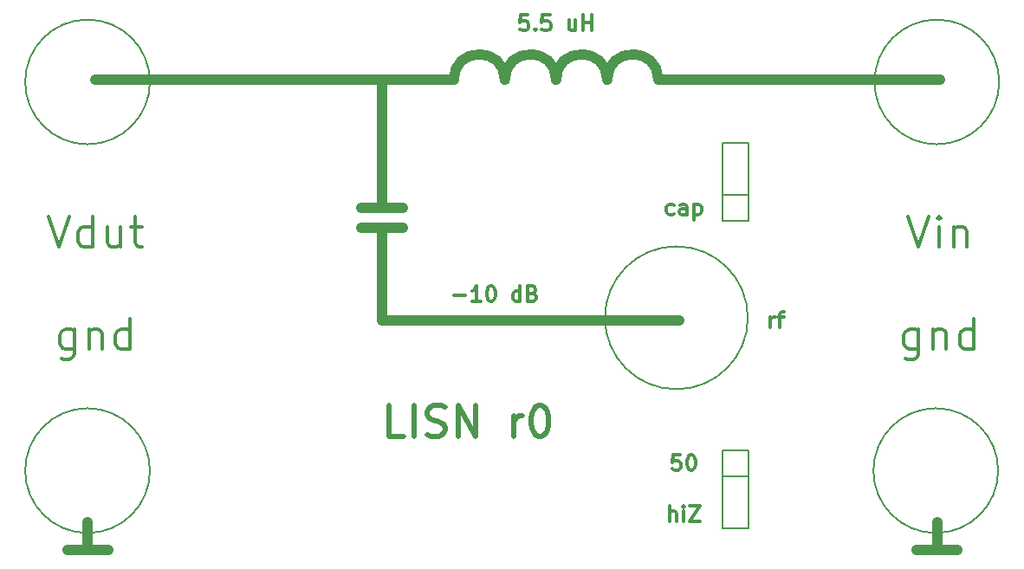
<source format=gto>
G04 #@! TF.FileFunction,Legend,Top*
%FSLAX46Y46*%
G04 Gerber Fmt 4.6, Leading zero omitted, Abs format (unit mm)*
G04 Created by KiCad (PCBNEW 4.0.2-stable) date Sun Jun 26 23:15:05 2016*
%MOMM*%
G01*
G04 APERTURE LIST*
%ADD10C,0.100000*%
%ADD11C,1.000000*%
%ADD12C,0.300000*%
%ADD13C,0.500000*%
%ADD14C,0.150000*%
G04 APERTURE END LIST*
D10*
D11*
X182250000Y-113500000D02*
X180250000Y-113500000D01*
X182250000Y-113500000D02*
X184250000Y-113500000D01*
X182250000Y-110750000D02*
X182250000Y-113500000D01*
X97250000Y-113500000D02*
X101250000Y-113500000D01*
X99250000Y-113500000D02*
X97250000Y-113500000D01*
X99250000Y-112750000D02*
X99250000Y-113500000D01*
X99250000Y-110750000D02*
X99250000Y-112750000D01*
D12*
X142250001Y-61178571D02*
X141535715Y-61178571D01*
X141464286Y-61892857D01*
X141535715Y-61821429D01*
X141678572Y-61750000D01*
X142035715Y-61750000D01*
X142178572Y-61821429D01*
X142250001Y-61892857D01*
X142321429Y-62035714D01*
X142321429Y-62392857D01*
X142250001Y-62535714D01*
X142178572Y-62607143D01*
X142035715Y-62678571D01*
X141678572Y-62678571D01*
X141535715Y-62607143D01*
X141464286Y-62535714D01*
X142964286Y-62535714D02*
X143035714Y-62607143D01*
X142964286Y-62678571D01*
X142892857Y-62607143D01*
X142964286Y-62535714D01*
X142964286Y-62678571D01*
X144392858Y-61178571D02*
X143678572Y-61178571D01*
X143607143Y-61892857D01*
X143678572Y-61821429D01*
X143821429Y-61750000D01*
X144178572Y-61750000D01*
X144321429Y-61821429D01*
X144392858Y-61892857D01*
X144464286Y-62035714D01*
X144464286Y-62392857D01*
X144392858Y-62535714D01*
X144321429Y-62607143D01*
X144178572Y-62678571D01*
X143821429Y-62678571D01*
X143678572Y-62607143D01*
X143607143Y-62535714D01*
X146892857Y-61678571D02*
X146892857Y-62678571D01*
X146250000Y-61678571D02*
X146250000Y-62464286D01*
X146321428Y-62607143D01*
X146464286Y-62678571D01*
X146678571Y-62678571D01*
X146821428Y-62607143D01*
X146892857Y-62535714D01*
X147607143Y-62678571D02*
X147607143Y-61178571D01*
X147607143Y-61892857D02*
X148464286Y-61892857D01*
X148464286Y-62678571D02*
X148464286Y-61178571D01*
X135000001Y-88607143D02*
X136142858Y-88607143D01*
X137642858Y-89178571D02*
X136785715Y-89178571D01*
X137214287Y-89178571D02*
X137214287Y-87678571D01*
X137071430Y-87892857D01*
X136928572Y-88035714D01*
X136785715Y-88107143D01*
X138571429Y-87678571D02*
X138714286Y-87678571D01*
X138857143Y-87750000D01*
X138928572Y-87821429D01*
X139000001Y-87964286D01*
X139071429Y-88250000D01*
X139071429Y-88607143D01*
X139000001Y-88892857D01*
X138928572Y-89035714D01*
X138857143Y-89107143D01*
X138714286Y-89178571D01*
X138571429Y-89178571D01*
X138428572Y-89107143D01*
X138357143Y-89035714D01*
X138285715Y-88892857D01*
X138214286Y-88607143D01*
X138214286Y-88250000D01*
X138285715Y-87964286D01*
X138357143Y-87821429D01*
X138428572Y-87750000D01*
X138571429Y-87678571D01*
X141500000Y-89178571D02*
X141500000Y-87678571D01*
X141500000Y-89107143D02*
X141357143Y-89178571D01*
X141071429Y-89178571D01*
X140928571Y-89107143D01*
X140857143Y-89035714D01*
X140785714Y-88892857D01*
X140785714Y-88464286D01*
X140857143Y-88321429D01*
X140928571Y-88250000D01*
X141071429Y-88178571D01*
X141357143Y-88178571D01*
X141500000Y-88250000D01*
X142714286Y-88392857D02*
X142928572Y-88464286D01*
X143000000Y-88535714D01*
X143071429Y-88678571D01*
X143071429Y-88892857D01*
X143000000Y-89035714D01*
X142928572Y-89107143D01*
X142785714Y-89178571D01*
X142214286Y-89178571D01*
X142214286Y-87678571D01*
X142714286Y-87678571D01*
X142857143Y-87750000D01*
X142928572Y-87821429D01*
X143000000Y-87964286D01*
X143000000Y-88107143D01*
X142928572Y-88250000D01*
X142857143Y-88321429D01*
X142714286Y-88392857D01*
X142214286Y-88392857D01*
D11*
X128000000Y-80000000D02*
X128000000Y-68000000D01*
X126000000Y-80000000D02*
X130000000Y-80000000D01*
X126000000Y-82000000D02*
X130000000Y-82000000D01*
X128000000Y-91000000D02*
X128000000Y-82000000D01*
X157000000Y-91000000D02*
X128000000Y-91000000D01*
X182500000Y-67500000D02*
X155000000Y-67500000D01*
X155000000Y-67500000D02*
G75*
G03X150000000Y-67500000I-2500000J0D01*
G01*
X150000000Y-67500000D02*
G75*
G03X145000000Y-67500000I-2500000J0D01*
G01*
X145000000Y-67500000D02*
G75*
G03X140000000Y-67500000I-2500000J0D01*
G01*
X140000000Y-67500000D02*
G75*
G03X135000000Y-67500000I-2500000J0D01*
G01*
X100000000Y-67500000D02*
X135000000Y-67500000D01*
D13*
X130142857Y-102357143D02*
X128714286Y-102357143D01*
X128714286Y-99357143D01*
X131142857Y-102357143D02*
X131142857Y-99357143D01*
X132428571Y-102214286D02*
X132857142Y-102357143D01*
X133571428Y-102357143D01*
X133857142Y-102214286D01*
X133999999Y-102071429D01*
X134142856Y-101785714D01*
X134142856Y-101500000D01*
X133999999Y-101214286D01*
X133857142Y-101071429D01*
X133571428Y-100928571D01*
X132999999Y-100785714D01*
X132714285Y-100642857D01*
X132571428Y-100500000D01*
X132428571Y-100214286D01*
X132428571Y-99928571D01*
X132571428Y-99642857D01*
X132714285Y-99500000D01*
X132999999Y-99357143D01*
X133714285Y-99357143D01*
X134142856Y-99500000D01*
X135428571Y-102357143D02*
X135428571Y-99357143D01*
X137142856Y-102357143D01*
X137142856Y-99357143D01*
X140857142Y-102357143D02*
X140857142Y-100357143D01*
X140857142Y-100928571D02*
X140999999Y-100642857D01*
X141142856Y-100500000D01*
X141428570Y-100357143D01*
X141714285Y-100357143D01*
X143285713Y-99357143D02*
X143571428Y-99357143D01*
X143857142Y-99500000D01*
X143999999Y-99642857D01*
X144142856Y-99928571D01*
X144285713Y-100500000D01*
X144285713Y-101214286D01*
X144142856Y-101785714D01*
X143999999Y-102071429D01*
X143857142Y-102214286D01*
X143571428Y-102357143D01*
X143285713Y-102357143D01*
X142999999Y-102214286D01*
X142857142Y-102071429D01*
X142714285Y-101785714D01*
X142571428Y-101214286D01*
X142571428Y-100500000D01*
X142714285Y-99928571D01*
X142857142Y-99642857D01*
X142999999Y-99500000D01*
X143285713Y-99357143D01*
D12*
X156107143Y-110678571D02*
X156107143Y-109178571D01*
X156750000Y-110678571D02*
X156750000Y-109892857D01*
X156678571Y-109750000D01*
X156535714Y-109678571D01*
X156321429Y-109678571D01*
X156178571Y-109750000D01*
X156107143Y-109821429D01*
X157464286Y-110678571D02*
X157464286Y-109678571D01*
X157464286Y-109178571D02*
X157392857Y-109250000D01*
X157464286Y-109321429D01*
X157535714Y-109250000D01*
X157464286Y-109178571D01*
X157464286Y-109321429D01*
X158035715Y-109178571D02*
X159035715Y-109178571D01*
X158035715Y-110678571D01*
X159035715Y-110678571D01*
X157142858Y-104178571D02*
X156428572Y-104178571D01*
X156357143Y-104892857D01*
X156428572Y-104821429D01*
X156571429Y-104750000D01*
X156928572Y-104750000D01*
X157071429Y-104821429D01*
X157142858Y-104892857D01*
X157214286Y-105035714D01*
X157214286Y-105392857D01*
X157142858Y-105535714D01*
X157071429Y-105607143D01*
X156928572Y-105678571D01*
X156571429Y-105678571D01*
X156428572Y-105607143D01*
X156357143Y-105535714D01*
X158142857Y-104178571D02*
X158285714Y-104178571D01*
X158428571Y-104250000D01*
X158500000Y-104321429D01*
X158571429Y-104464286D01*
X158642857Y-104750000D01*
X158642857Y-105107143D01*
X158571429Y-105392857D01*
X158500000Y-105535714D01*
X158428571Y-105607143D01*
X158285714Y-105678571D01*
X158142857Y-105678571D01*
X158000000Y-105607143D01*
X157928571Y-105535714D01*
X157857143Y-105392857D01*
X157785714Y-105107143D01*
X157785714Y-104750000D01*
X157857143Y-104464286D01*
X157928571Y-104321429D01*
X158000000Y-104250000D01*
X158142857Y-104178571D01*
X156500000Y-80607143D02*
X156357143Y-80678571D01*
X156071429Y-80678571D01*
X155928571Y-80607143D01*
X155857143Y-80535714D01*
X155785714Y-80392857D01*
X155785714Y-79964286D01*
X155857143Y-79821429D01*
X155928571Y-79750000D01*
X156071429Y-79678571D01*
X156357143Y-79678571D01*
X156500000Y-79750000D01*
X157785714Y-80678571D02*
X157785714Y-79892857D01*
X157714285Y-79750000D01*
X157571428Y-79678571D01*
X157285714Y-79678571D01*
X157142857Y-79750000D01*
X157785714Y-80607143D02*
X157642857Y-80678571D01*
X157285714Y-80678571D01*
X157142857Y-80607143D01*
X157071428Y-80464286D01*
X157071428Y-80321429D01*
X157142857Y-80178571D01*
X157285714Y-80107143D01*
X157642857Y-80107143D01*
X157785714Y-80035714D01*
X158500000Y-79678571D02*
X158500000Y-81178571D01*
X158500000Y-79750000D02*
X158642857Y-79678571D01*
X158928571Y-79678571D01*
X159071428Y-79750000D01*
X159142857Y-79821429D01*
X159214286Y-79964286D01*
X159214286Y-80392857D01*
X159142857Y-80535714D01*
X159071428Y-80607143D01*
X158928571Y-80678571D01*
X158642857Y-80678571D01*
X158500000Y-80607143D01*
X165964286Y-91678571D02*
X165964286Y-90678571D01*
X165964286Y-90964286D02*
X166035714Y-90821429D01*
X166107143Y-90750000D01*
X166250000Y-90678571D01*
X166392857Y-90678571D01*
X166678571Y-90678571D02*
X167250000Y-90678571D01*
X166892857Y-91678571D02*
X166892857Y-90392857D01*
X166964285Y-90250000D01*
X167107143Y-90178571D01*
X167250000Y-90178571D01*
X180428571Y-91857143D02*
X180428571Y-94285714D01*
X180285714Y-94571429D01*
X180142857Y-94714286D01*
X179857142Y-94857143D01*
X179428571Y-94857143D01*
X179142857Y-94714286D01*
X180428571Y-93714286D02*
X180142857Y-93857143D01*
X179571428Y-93857143D01*
X179285714Y-93714286D01*
X179142857Y-93571429D01*
X179000000Y-93285714D01*
X179000000Y-92428571D01*
X179142857Y-92142857D01*
X179285714Y-92000000D01*
X179571428Y-91857143D01*
X180142857Y-91857143D01*
X180428571Y-92000000D01*
X181857143Y-91857143D02*
X181857143Y-93857143D01*
X181857143Y-92142857D02*
X182000000Y-92000000D01*
X182285714Y-91857143D01*
X182714286Y-91857143D01*
X183000000Y-92000000D01*
X183142857Y-92285714D01*
X183142857Y-93857143D01*
X185857143Y-93857143D02*
X185857143Y-90857143D01*
X185857143Y-93714286D02*
X185571429Y-93857143D01*
X185000000Y-93857143D01*
X184714286Y-93714286D01*
X184571429Y-93571429D01*
X184428572Y-93285714D01*
X184428572Y-92428571D01*
X184571429Y-92142857D01*
X184714286Y-92000000D01*
X185000000Y-91857143D01*
X185571429Y-91857143D01*
X185857143Y-92000000D01*
X179428571Y-80857143D02*
X180428571Y-83857143D01*
X181428571Y-80857143D01*
X182428572Y-83857143D02*
X182428572Y-81857143D01*
X182428572Y-80857143D02*
X182285715Y-81000000D01*
X182428572Y-81142857D01*
X182571429Y-81000000D01*
X182428572Y-80857143D01*
X182428572Y-81142857D01*
X183857143Y-81857143D02*
X183857143Y-83857143D01*
X183857143Y-82142857D02*
X184000000Y-82000000D01*
X184285714Y-81857143D01*
X184714286Y-81857143D01*
X185000000Y-82000000D01*
X185142857Y-82285714D01*
X185142857Y-83857143D01*
X95428571Y-80857143D02*
X96428571Y-83857143D01*
X97428571Y-80857143D01*
X99714286Y-83857143D02*
X99714286Y-80857143D01*
X99714286Y-83714286D02*
X99428572Y-83857143D01*
X98857143Y-83857143D01*
X98571429Y-83714286D01*
X98428572Y-83571429D01*
X98285715Y-83285714D01*
X98285715Y-82428571D01*
X98428572Y-82142857D01*
X98571429Y-82000000D01*
X98857143Y-81857143D01*
X99428572Y-81857143D01*
X99714286Y-82000000D01*
X102428572Y-81857143D02*
X102428572Y-83857143D01*
X101142858Y-81857143D02*
X101142858Y-83428571D01*
X101285715Y-83714286D01*
X101571429Y-83857143D01*
X102000001Y-83857143D01*
X102285715Y-83714286D01*
X102428572Y-83571429D01*
X103428572Y-81857143D02*
X104571429Y-81857143D01*
X103857144Y-80857143D02*
X103857144Y-83428571D01*
X104000001Y-83714286D01*
X104285715Y-83857143D01*
X104571429Y-83857143D01*
X97928571Y-91857143D02*
X97928571Y-94285714D01*
X97785714Y-94571429D01*
X97642857Y-94714286D01*
X97357142Y-94857143D01*
X96928571Y-94857143D01*
X96642857Y-94714286D01*
X97928571Y-93714286D02*
X97642857Y-93857143D01*
X97071428Y-93857143D01*
X96785714Y-93714286D01*
X96642857Y-93571429D01*
X96500000Y-93285714D01*
X96500000Y-92428571D01*
X96642857Y-92142857D01*
X96785714Y-92000000D01*
X97071428Y-91857143D01*
X97642857Y-91857143D01*
X97928571Y-92000000D01*
X99357143Y-91857143D02*
X99357143Y-93857143D01*
X99357143Y-92142857D02*
X99500000Y-92000000D01*
X99785714Y-91857143D01*
X100214286Y-91857143D01*
X100500000Y-92000000D01*
X100642857Y-92285714D01*
X100642857Y-93857143D01*
X103357143Y-93857143D02*
X103357143Y-90857143D01*
X103357143Y-93714286D02*
X103071429Y-93857143D01*
X102500000Y-93857143D01*
X102214286Y-93714286D01*
X102071429Y-93571429D01*
X101928572Y-93285714D01*
X101928572Y-92428571D01*
X102071429Y-92142857D01*
X102214286Y-92000000D01*
X102500000Y-91857143D01*
X103071429Y-91857143D01*
X103357143Y-92000000D01*
D14*
X163745123Y-90765371D02*
G75*
G03X163745123Y-90765371I-6985000J0D01*
G01*
X161230000Y-103690000D02*
X163770000Y-103690000D01*
X163770000Y-103690000D02*
X163770000Y-111310000D01*
X163770000Y-111310000D02*
X161230000Y-111310000D01*
X161230000Y-111310000D02*
X161230000Y-103690000D01*
X163770000Y-106230000D02*
X161230000Y-106230000D01*
X163770000Y-81310000D02*
X161230000Y-81310000D01*
X161230000Y-81310000D02*
X161230000Y-73690000D01*
X161230000Y-73690000D02*
X163770000Y-73690000D01*
X163770000Y-73690000D02*
X163770000Y-81310000D01*
X161230000Y-78770000D02*
X163770000Y-78770000D01*
X188309380Y-67708478D02*
G75*
G03X188309380Y-67708478I-6096000J0D01*
G01*
X105309380Y-105708478D02*
G75*
G03X105309380Y-105708478I-6096000J0D01*
G01*
X105309380Y-67708478D02*
G75*
G03X105309380Y-67708478I-6096000J0D01*
G01*
X188209380Y-105708478D02*
G75*
G03X188209380Y-105708478I-6096000J0D01*
G01*
M02*

</source>
